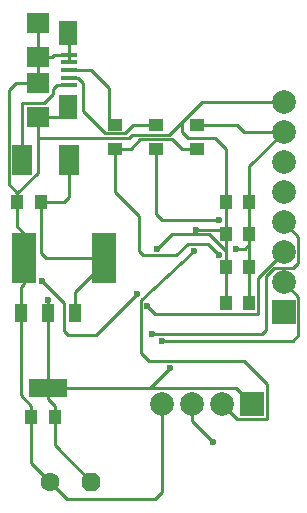
<source format=gbl>
G04*
G04 #@! TF.GenerationSoftware,Altium Limited,Altium Designer,20.0.14 (345)*
G04*
G04 Layer_Physical_Order=2*
G04 Layer_Color=16711680*
%FSAX44Y44*%
%MOMM*%
G71*
G01*
G75*
%ADD11C,0.2500*%
%ADD13R,1.2500X1.0000*%
%ADD14R,1.0000X1.2500*%
%ADD34P,1.7318X8X202.5*%
%ADD35C,1.6000*%
%ADD36C,2.0000*%
%ADD37R,2.0000X2.0000*%
%ADD38R,2.0000X2.0000*%
%ADD39C,0.6000*%
%ADD40R,1.4000X0.4000*%
%ADD41R,1.6000X2.1000*%
%ADD42R,1.9000X1.8000*%
%ADD43R,1.9000X1.7500*%
%ADD44R,3.3000X1.5000*%
%ADD45R,1.0000X1.5000*%
%ADD46R,2.0000X4.3000*%
%ADD47R,1.7000X2.5000*%
D11*
X00487000Y00746507D02*
Y00752475D01*
X00402590Y00630588D02*
X00475812D01*
X00316275D02*
X00402590D01*
X00364024Y00740664D02*
Y00740907D01*
Y00736457D02*
Y00740664D01*
X00310525Y00787908D02*
X00330200D01*
X00314325Y00740664D02*
X00364024D01*
X00310525Y00787908D02*
Y00788000D01*
Y00744464D02*
Y00787908D01*
X00441706Y00764032D02*
X00467000D01*
X00429768Y00855726D02*
X00446442Y00872400D01*
X00419100Y00845058D02*
X00429768Y00855726D01*
X00421133Y00760725D02*
X00452781D01*
X00307793Y00859589D02*
X00333293D01*
X00307793Y00842442D02*
Y00859589D01*
X00407924Y00777494D02*
Y00833192D01*
X00373126Y00796544D02*
Y00833192D01*
X00367928Y00853192D02*
Y00884292D01*
X00487000Y00732689D02*
X00487000Y00746507D01*
X00413200Y00542486D02*
Y00617000D01*
X00406908Y00536194D02*
X00413200Y00542486D01*
X00332806Y00536194D02*
X00406908D01*
X00318000Y00551000D02*
X00332806Y00536194D01*
X00283210Y00802894D02*
X00290525Y00795532D01*
X00283210Y00802894D02*
Y00882650D01*
X00288899Y00888339D01*
X00307793D01*
X00293275Y00624167D02*
Y00693588D01*
Y00624167D02*
X00302000Y00615442D01*
Y00606000D02*
Y00615442D01*
Y00567000D02*
Y00606000D01*
Y00567000D02*
X00318000Y00551000D01*
X00467000Y00788000D02*
Y00832866D01*
X00458110Y00841756D02*
X00467000Y00832866D01*
X00434975Y00841756D02*
X00458110D01*
X00429768Y00846963D02*
X00434975Y00841756D01*
X00429768Y00846963D02*
Y00855726D01*
X00446442Y00872400D02*
X00516000D01*
X00387856Y00845058D02*
X00419100D01*
X00385240Y00842442D02*
X00387856Y00845058D01*
X00307793Y00842442D02*
X00385240D01*
X00307793Y00812800D02*
Y00842442D01*
X00290525Y00795532D02*
X00307793Y00812800D01*
X00290525Y00788000D02*
Y00795532D01*
X00404114Y00676148D02*
X00497586D01*
X00500888Y00679450D01*
Y00725170D01*
X00508000Y00732282D01*
X00524002D01*
X00528320Y00736600D01*
Y00758480D01*
X00516000Y00770800D02*
X00528320Y00758480D01*
X00311404Y00720852D02*
X00330200Y00702056D01*
Y00678815D02*
Y00702056D01*
Y00678815D02*
X00333375Y00675640D01*
X00356870D01*
X00391668Y00710438D01*
X00412750Y00772668D02*
X00461518D01*
X00407924Y00777494D02*
X00412750Y00772668D01*
X00407924Y00833192D02*
X00408027D01*
X00373126D02*
X00373239D01*
X00373126Y00796544D02*
X00393700Y00775970D01*
Y00746125D02*
Y00775970D01*
Y00746125D02*
X00396875Y00742950D01*
X00425165D01*
X00434678Y00752462D01*
X00452006D01*
X00461518Y00742950D01*
X00464000Y00617000D02*
X00476480Y00604520D01*
X00501650D01*
X00501904Y00634238D01*
X00482600Y00653542D02*
X00501904Y00634238D01*
X00401955Y00653542D02*
X00482600D01*
X00395181Y00660316D02*
X00401955Y00653542D01*
X00395181Y00660316D02*
Y00704596D01*
X00439928Y00746712D01*
X00294025Y00823775D02*
Y00871260D01*
X00294386Y00871621D01*
X00313075D01*
X00320927Y00879473D01*
Y00883666D01*
X00323850Y00886589D01*
X00334293D01*
X00333293Y00859589D02*
Y00868589D01*
X00367928Y00853192D02*
X00373239D01*
X00352631Y00899589D02*
X00367928Y00884292D01*
X00334293Y00899589D02*
X00352631D01*
X00388759Y00853193D02*
X00408027D01*
X00381508Y00845942D02*
X00388759Y00853193D01*
X00364998Y00845942D02*
X00381508D01*
X00345694Y00865246D02*
X00364998Y00845942D01*
X00345694Y00865246D02*
Y00889000D01*
X00341605Y00893089D02*
X00345694Y00889000D01*
X00334293Y00893089D02*
X00341605D01*
X00316275Y00693588D02*
Y00704910D01*
X00408946Y00748538D02*
X00421133Y00760725D01*
X00452781D02*
X00467000Y00746506D01*
X00438600Y00602292D02*
Y00617000D01*
Y00602292D02*
X00456184Y00584708D01*
X00494284Y00723684D02*
X00516000Y00745400D01*
X00494284Y00693674D02*
Y00723684D01*
X00494030Y00693420D02*
X00494284Y00693674D01*
X00407035Y00693420D02*
X00494030D01*
X00400431Y00700024D02*
X00407035Y00693420D01*
X00412750Y00670560D02*
X00523875D01*
X00528320Y00675005D01*
Y00707680D01*
X00516000Y00720000D02*
X00528320Y00707680D01*
X00467000Y00746507D02*
Y00760718D01*
X00467000Y00746506D02*
X00467000Y00746507D01*
X00467000Y00732689D02*
Y00746506D01*
X00467000Y00760718D02*
Y00764032D01*
X00487000Y00752475D02*
Y00760718D01*
X00483063Y00748538D02*
X00487000Y00752475D01*
X00475788Y00748538D02*
X00483063D01*
X00402590Y00630588D02*
X00419354Y00647352D01*
X00475812Y00630588D02*
X00489400Y00617000D01*
X00339275Y00711708D02*
X00364024Y00736457D01*
X00339275Y00693588D02*
Y00711708D01*
X00310525Y00744464D02*
X00314325Y00740664D01*
X00334025Y00791733D02*
Y00823775D01*
X00330200Y00787908D02*
X00334025Y00791733D01*
X00322000Y00582000D02*
Y00606000D01*
Y00582000D02*
X00353000Y00551000D01*
X00487000Y00818000D02*
X00516000Y00847000D01*
X00487000Y00788000D02*
Y00818000D01*
X00482441Y00847000D02*
X00516000D01*
X00476250Y00853192D02*
X00482441Y00847000D01*
X00442696Y00853192D02*
X00476250D01*
X00487000Y00702012D02*
Y00732689D01*
X00487000Y00760718D02*
Y00788000D01*
X00316275Y00630588D02*
Y00693588D01*
Y00620913D02*
Y00630588D01*
Y00620913D02*
X00322000Y00615188D01*
Y00606000D02*
Y00615188D01*
X00467000Y00702012D02*
Y00732689D01*
X00467000Y00764032D02*
Y00788000D01*
X00307793Y00910839D02*
Y00939589D01*
Y00888339D02*
Y00910839D01*
X00321790Y00912589D02*
X00334293D01*
X00320040Y00910839D02*
X00321790Y00912589D01*
X00307793Y00910839D02*
X00320040D01*
X00333293Y00922004D02*
Y00930589D01*
Y00922004D02*
X00334293Y00921004D01*
Y00912589D02*
Y00921004D01*
Y00906089D02*
Y00912589D01*
X00290525Y00766992D02*
Y00788000D01*
Y00766992D02*
X00296024Y00761492D01*
Y00740907D02*
Y00761492D01*
Y00718521D02*
Y00740907D01*
X00293275Y00715772D02*
X00296024Y00718521D01*
X00293275Y00693588D02*
Y00715772D01*
X00429442Y00833192D02*
X00442696D01*
X00421132Y00841502D02*
X00429442Y00833192D01*
X00394644Y00841502D02*
X00421132D01*
X00386334Y00833192D02*
X00394644Y00841502D01*
X00373239Y00833192D02*
X00386334D01*
D13*
X00442696Y00853192D02*
D03*
Y00833192D02*
D03*
X00408027Y00833192D02*
D03*
Y00853193D02*
D03*
X00373239Y00833192D02*
D03*
Y00853192D02*
D03*
D14*
X00322000Y00606000D02*
D03*
X00302000D02*
D03*
X00487000Y00788000D02*
D03*
X00467000D02*
D03*
X00487000Y00702012D02*
D03*
X00467000D02*
D03*
X00487000Y00760718D02*
D03*
X00467000D02*
D03*
X00487000Y00732689D02*
D03*
X00467000D02*
D03*
X00290525Y00788000D02*
D03*
X00310525D02*
D03*
D34*
X00353000Y00551000D02*
D03*
D35*
X00318000D02*
D03*
D36*
X00413200Y00617000D02*
D03*
X00464000D02*
D03*
X00438600D02*
D03*
X00516000Y00872400D02*
D03*
Y00821600D02*
D03*
Y00745400D02*
D03*
Y00720000D02*
D03*
Y00770800D02*
D03*
Y00796200D02*
D03*
Y00847000D02*
D03*
D37*
X00489400Y00617000D02*
D03*
D38*
X00516000Y00694600D02*
D03*
D39*
X00404114Y00676148D02*
D03*
X00311404Y00720852D02*
D03*
X00391668Y00710438D02*
D03*
X00461518Y00772668D02*
D03*
Y00742950D02*
D03*
X00439928Y00746712D02*
D03*
X00316275Y00704910D02*
D03*
X00408946Y00748538D02*
D03*
X00456184Y00584708D02*
D03*
X00400431Y00700024D02*
D03*
X00412750Y00670560D02*
D03*
X00441706Y00764032D02*
D03*
X00475788Y00748538D02*
D03*
X00419354Y00647352D02*
D03*
D40*
X00334293Y00886589D02*
D03*
Y00893089D02*
D03*
Y00899589D02*
D03*
Y00906089D02*
D03*
Y00912589D02*
D03*
D41*
X00333293Y00868589D02*
D03*
Y00930589D02*
D03*
D42*
X00307793Y00859589D02*
D03*
Y00939589D02*
D03*
D43*
Y00888339D02*
D03*
Y00910839D02*
D03*
D44*
X00316275Y00630588D02*
D03*
D45*
X00339275Y00693588D02*
D03*
X00293275D02*
D03*
X00316275D02*
D03*
D46*
X00364024Y00740907D02*
D03*
X00296024D02*
D03*
D47*
X00294025Y00823775D02*
D03*
X00334025D02*
D03*
M02*

</source>
